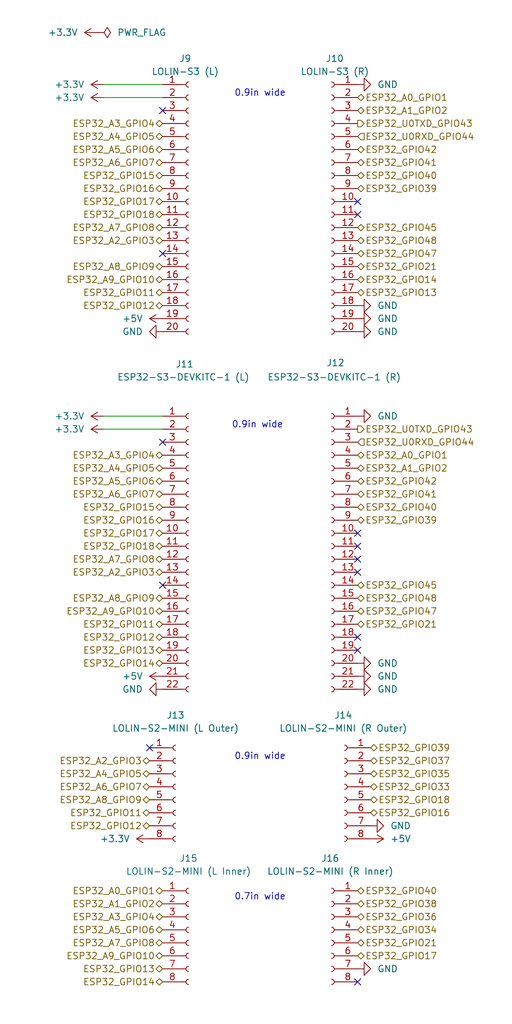
<source format=kicad_sch>
(kicad_sch (version 20250114) (generator "eeschema") (generator_version "9.0")
  (paper "User" 100 200)
  (lib_symbols
    (symbol "Connector:Conn_01x08_Socket" (pin_names (offset 1.016) (hide yes))
      (property "Reference" "J" (at 0 10.16 0))
      (property "Value" "Conn_01x08_Socket" (at 0 -12.7 0))
      (symbol "Conn_01x08_Socket_1_1"
        (polyline (pts (xy -1.27 7.62) (xy -0.508 7.62)) (stroke (width 0.1524)))
        (polyline (pts (xy -1.27 5.08) (xy -0.508 5.08)) (stroke (width 0.1524)))
        (polyline (pts (xy -1.27 2.54) (xy -0.508 2.54)) (stroke (width 0.1524)))
        (polyline (pts (xy -1.27 0) (xy -0.508 0)) (stroke (width 0.1524)))
        (polyline (pts (xy -1.27 -2.54) (xy -0.508 -2.54)) (stroke (width 0.1524)))
        (polyline (pts (xy -1.27 -5.08) (xy -0.508 -5.08)) (stroke (width 0.1524)))
        (polyline (pts (xy -1.27 -7.62) (xy -0.508 -7.62)) (stroke (width 0.1524)))
        (polyline (pts (xy -1.27 -10.16) (xy -0.508 -10.16)) (stroke (width 0.1524)))
        (arc (start 0 7.112) (mid -0.5058 7.62) (end 0 8.128) (stroke (width 0.1524)))
        (arc (start 0 4.572) (mid -0.5058 5.08) (end 0 5.588) (stroke (width 0.1524)))
        (arc (start 0 2.032) (mid -0.5058 2.54) (end 0 3.048) (stroke (width 0.1524)))
        (arc (start 0 -0.508) (mid -0.5058 0) (end 0 0.508) (stroke (width 0.1524)))
        (arc (start 0 -3.048) (mid -0.5058 -2.54) (end 0 -2.032) (stroke (width 0.1524)))
        (arc (start 0 -5.588) (mid -0.5058 -5.08) (end 0 -4.572) (stroke (width 0.1524)))
        (arc (start 0 -8.128) (mid -0.5058 -7.62) (end 0 -7.112) (stroke (width 0.1524)))
        (arc (start 0 -10.668) (mid -0.5058 -10.16) (end 0 -9.652) (stroke (width 0.1524)))
        (pin passive line (at -5.08 7.62 0) (length 3.81) (name "Pin_1") (number "1"))
        (pin passive line (at -5.08 5.08 0) (length 3.81) (name "Pin_2") (number "2"))
        (pin passive line (at -5.08 2.54 0) (length 3.81) (name "Pin_3") (number "3"))
        (pin passive line (at -5.08 0 0) (length 3.81) (name "Pin_4") (number "4"))
        (pin passive line (at -5.08 -2.54 0) (length 3.81) (name "Pin_5") (number "5"))
        (pin passive line (at -5.08 -5.08 0) (length 3.81) (name "Pin_6") (number "6"))
        (pin passive line (at -5.08 -7.62 0) (length 3.81) (name "Pin_7") (number "7"))
        (pin passive line (at -5.08 -10.16 0) (length 3.81) (name "Pin_8") (number "8"))
      )
    )
    (symbol "Connector:Conn_01x20_Socket" (pin_names (offset 1.016) (hide yes))
      (property "Reference" "J" (at 0 25.4 0))
      (property "Value" "Conn_01x20_Socket" (at 0 -27.94 0))
      (symbol "Conn_01x20_Socket_1_1"
        (polyline (pts (xy -1.27 22.86) (xy -0.508 22.86)) (stroke (width 0.1524)))
        (polyline (pts (xy -1.27 20.32) (xy -0.508 20.32)) (stroke (width 0.1524)))
        (polyline (pts (xy -1.27 17.78) (xy -0.508 17.78)) (stroke (width 0.1524)))
        (polyline (pts (xy -1.27 15.24) (xy -0.508 15.24)) (stroke (width 0.1524)))
        (polyline (pts (xy -1.27 12.7) (xy -0.508 12.7)) (stroke (width 0.1524)))
        (polyline (pts (xy -1.27 10.16) (xy -0.508 10.16)) (stroke (width 0.1524)))
        (polyline (pts (xy -1.27 7.62) (xy -0.508 7.62)) (stroke (width 0.1524)))
        (polyline (pts (xy -1.27 5.08) (xy -0.508 5.08)) (stroke (width 0.1524)))
        (polyline (pts (xy -1.27 2.54) (xy -0.508 2.54)) (stroke (width 0.1524)))
        (polyline (pts (xy -1.27 0) (xy -0.508 0)) (stroke (width 0.1524)))
        (polyline (pts (xy -1.27 -2.54) (xy -0.508 -2.54)) (stroke (width 0.1524)))
        (polyline (pts (xy -1.27 -5.08) (xy -0.508 -5.08)) (stroke (width 0.1524)))
        (polyline (pts (xy -1.27 -7.62) (xy -0.508 -7.62)) (stroke (width 0.1524)))
        (polyline (pts (xy -1.27 -10.16) (xy -0.508 -10.16)) (stroke (width 0.1524)))
        (polyline (pts (xy -1.27 -12.7) (xy -0.508 -12.7)) (stroke (width 0.1524)))
        (polyline (pts (xy -1.27 -15.24) (xy -0.508 -15.24)) (stroke (width 0.1524)))
        (polyline (pts (xy -1.27 -17.78) (xy -0.508 -17.78)) (stroke (width 0.1524)))
        (polyline (pts (xy -1.27 -20.32) (xy -0.508 -20.32)) (stroke (width 0.1524)))
        (polyline (pts (xy -1.27 -22.86) (xy -0.508 -22.86)) (stroke (width 0.1524)))
        (polyline (pts (xy -1.27 -25.4) (xy -0.508 -25.4)) (stroke (width 0.1524)))
        (arc (start 0 22.352) (mid -0.5058 22.86) (end 0 23.368) (stroke (width 0.1524)))
        (arc (start 0 19.812) (mid -0.5058 20.32) (end 0 20.828) (stroke (width 0.1524)))
        (arc (start 0 17.272) (mid -0.5058 17.78) (end 0 18.288) (stroke (width 0.1524)))
        (arc (start 0 14.732) (mid -0.5058 15.24) (end 0 15.748) (stroke (width 0.1524)))
        (arc (start 0 12.192) (mid -0.5058 12.7) (end 0 13.208) (stroke (width 0.1524)))
        (arc (start 0 9.652) (mid -0.5058 10.16) (end 0 10.668) (stroke (width 0.1524)))
        (arc (start 0 7.112) (mid -0.5058 7.62) (end 0 8.128) (stroke (width 0.1524)))
        (arc (start 0 4.572) (mid -0.5058 5.08) (end 0 5.588) (stroke (width 0.1524)))
        (arc (start 0 2.032) (mid -0.5058 2.54) (end 0 3.048) (stroke (width 0.1524)))
        (arc (start 0 -0.508) (mid -0.5058 0) (end 0 0.508) (stroke (width 0.1524)))
        (arc (start 0 -3.048) (mid -0.5058 -2.54) (end 0 -2.032) (stroke (width 0.1524)))
        (arc (start 0 -5.588) (mid -0.5058 -5.08) (end 0 -4.572) (stroke (width 0.1524)))
        (arc (start 0 -8.128) (mid -0.5058 -7.62) (end 0 -7.112) (stroke (width 0.1524)))
        (arc (start 0 -10.668) (mid -0.5058 -10.16) (end 0 -9.652) (stroke (width 0.1524)))
        (arc (start 0 -13.208) (mid -0.5058 -12.7) (end 0 -12.192) (stroke (width 0.1524)))
        (arc (start 0 -15.748) (mid -0.5058 -15.24) (end 0 -14.732) (stroke (width 0.1524)))
        (arc (start 0 -18.288) (mid -0.5058 -17.78) (end 0 -17.272) (stroke (width 0.1524)))
        (arc (start 0 -20.828) (mid -0.5058 -20.32) (end 0 -19.812) (stroke (width 0.1524)))
        (arc (start 0 -23.368) (mid -0.5058 -22.86) (end 0 -22.352) (stroke (width 0.1524)))
        (arc (start 0 -25.908) (mid -0.5058 -25.4) (end 0 -24.892) (stroke (width 0.1524)))
        (pin passive line (at -5.08 22.86 0) (length 3.81) (name "Pin_1") (number "1"))
        (pin passive line (at -5.08 20.32 0) (length 3.81) (name "Pin_2") (number "2"))
        (pin passive line (at -5.08 17.78 0) (length 3.81) (name "Pin_3") (number "3"))
        (pin passive line (at -5.08 15.24 0) (length 3.81) (name "Pin_4") (number "4"))
        (pin passive line (at -5.08 12.7 0) (length 3.81) (name "Pin_5") (number "5"))
        (pin passive line (at -5.08 10.16 0) (length 3.81) (name "Pin_6") (number "6"))
        (pin passive line (at -5.08 7.62 0) (length 3.81) (name "Pin_7") (number "7"))
        (pin passive line (at -5.08 5.08 0) (length 3.81) (name "Pin_8") (number "8"))
        (pin passive line (at -5.08 2.54 0) (length 3.81) (name "Pin_9") (number "9"))
        (pin passive line (at -5.08 0 0) (length 3.81) (name "Pin_10") (number "10"))
        (pin passive line (at -5.08 -2.54 0) (length 3.81) (name "Pin_11") (number "11"))
        (pin passive line (at -5.08 -5.08 0) (length 3.81) (name "Pin_12") (number "12"))
        (pin passive line (at -5.08 -7.62 0) (length 3.81) (name "Pin_13") (number "13"))
        (pin passive line (at -5.08 -10.16 0) (length 3.81) (name "Pin_14") (number "14"))
        (pin passive line (at -5.08 -12.7 0) (length 3.81) (name "Pin_15") (number "15"))
        (pin passive line (at -5.08 -15.24 0) (length 3.81) (name "Pin_16") (number "16"))
        (pin passive line (at -5.08 -17.78 0) (length 3.81) (name "Pin_17") (number "17"))
        (pin passive line (at -5.08 -20.32 0) (length 3.81) (name "Pin_18") (number "18"))
        (pin passive line (at -5.08 -22.86 0) (length 3.81) (name "Pin_19") (number "19"))
        (pin passive line (at -5.08 -25.4 0) (length 3.81) (name "Pin_20") (number "20"))
      )
    )
    (symbol "Connector:Conn_01x22_Socket" (pin_names (offset 1.016) (hide yes))
      (property "Reference" "J" (at 0 27.94 0))
      (property "Value" "Conn_01x22_Socket" (at 0 -30.48 0))
      (symbol "Conn_01x22_Socket_1_1"
        (polyline (pts (xy -1.27 25.4) (xy -0.508 25.4)) (stroke (width 0.1524)))
        (polyline (pts (xy -1.27 22.86) (xy -0.508 22.86)) (stroke (width 0.1524)))
        (polyline (pts (xy -1.27 20.32) (xy -0.508 20.32)) (stroke (width 0.1524)))
        (polyline (pts (xy -1.27 17.78) (xy -0.508 17.78)) (stroke (width 0.1524)))
        (polyline (pts (xy -1.27 15.24) (xy -0.508 15.24)) (stroke (width 0.1524)))
        (polyline (pts (xy -1.27 12.7) (xy -0.508 12.7)) (stroke (width 0.1524)))
        (polyline (pts (xy -1.27 10.16) (xy -0.508 10.16)) (stroke (width 0.1524)))
        (polyline (pts (xy -1.27 7.62) (xy -0.508 7.62)) (stroke (width 0.1524)))
        (polyline (pts (xy -1.27 5.08) (xy -0.508 5.08)) (stroke (width 0.1524)))
        (polyline (pts (xy -1.27 2.54) (xy -0.508 2.54)) (stroke (width 0.1524)))
        (polyline (pts (xy -1.27 0) (xy -0.508 0)) (stroke (width 0.1524)))
        (polyline (pts (xy -1.27 -2.54) (xy -0.508 -2.54)) (stroke (width 0.1524)))
        (polyline (pts (xy -1.27 -5.08) (xy -0.508 -5.08)) (stroke (width 0.1524)))
        (polyline (pts (xy -1.27 -7.62) (xy -0.508 -7.62)) (stroke (width 0.1524)))
        (polyline (pts (xy -1.27 -10.16) (xy -0.508 -10.16)) (stroke (width 0.1524)))
        (polyline (pts (xy -1.27 -12.7) (xy -0.508 -12.7)) (stroke (width 0.1524)))
        (polyline (pts (xy -1.27 -15.24) (xy -0.508 -15.24)) (stroke (width 0.1524)))
        (polyline (pts (xy -1.27 -17.78) (xy -0.508 -17.78)) (stroke (width 0.1524)))
        (polyline (pts (xy -1.27 -20.32) (xy -0.508 -20.32)) (stroke (width 0.1524)))
        (polyline (pts (xy -1.27 -22.86) (xy -0.508 -22.86)) (stroke (width 0.1524)))
        (polyline (pts (xy -1.27 -25.4) (xy -0.508 -25.4)) (stroke (width 0.1524)))
        (polyline (pts (xy -1.27 -27.94) (xy -0.508 -27.94)) (stroke (width 0.1524)))
        (arc (start 0 24.892) (mid -0.5058 25.4) (end 0 25.908) (stroke (width 0.1524)))
        (arc (start 0 22.352) (mid -0.5058 22.86) (end 0 23.368) (stroke (width 0.1524)))
        (arc (start 0 19.812) (mid -0.5058 20.32) (end 0 20.828) (stroke (width 0.1524)))
        (arc (start 0 17.272) (mid -0.5058 17.78) (end 0 18.288) (stroke (width 0.1524)))
        (arc (start 0 14.732) (mid -0.5058 15.24) (end 0 15.748) (stroke (width 0.1524)))
        (arc (start 0 12.192) (mid -0.5058 12.7) (end 0 13.208) (stroke (width 0.1524)))
        (arc (start 0 9.652) (mid -0.5058 10.16) (end 0 10.668) (stroke (width 0.1524)))
        (arc (start 0 7.112) (mid -0.5058 7.62) (end 0 8.128) (stroke (width 0.1524)))
        (arc (start 0 4.572) (mid -0.5058 5.08) (end 0 5.588) (stroke (width 0.1524)))
        (arc (start 0 2.032) (mid -0.5058 2.54) (end 0 3.048) (stroke (width 0.1524)))
        (arc (start 0 -0.508) (mid -0.5058 0) (end 0 0.508) (stroke (width 0.1524)))
        (arc (start 0 -3.048) (mid -0.5058 -2.54) (end 0 -2.032) (stroke (width 0.1524)))
        (arc (start 0 -5.588) (mid -0.5058 -5.08) (end 0 -4.572) (stroke (width 0.1524)))
        (arc (start 0 -8.128) (mid -0.5058 -7.62) (end 0 -7.112) (stroke (width 0.1524)))
        (arc (start 0 -10.668) (mid -0.5058 -10.16) (end 0 -9.652) (stroke (width 0.1524)))
        (arc (start 0 -13.208) (mid -0.5058 -12.7) (end 0 -12.192) (stroke (width 0.1524)))
        (arc (start 0 -15.748) (mid -0.5058 -15.24) (end 0 -14.732) (stroke (width 0.1524)))
        (arc (start 0 -18.288) (mid -0.5058 -17.78) (end 0 -17.272) (stroke (width 0.1524)))
        (arc (start 0 -20.828) (mid -0.5058 -20.32) (end 0 -19.812) (stroke (width 0.1524)))
        (arc (start 0 -23.368) (mid -0.5058 -22.86) (end 0 -22.352) (stroke (width 0.1524)))
        (arc (start 0 -25.908) (mid -0.5058 -25.4) (end 0 -24.892) (stroke (width 0.1524)))
        (arc (start 0 -28.448) (mid -0.5058 -27.94) (end 0 -27.432) (stroke (width 0.1524)))
        (pin passive line (at -5.08 25.4 0) (length 3.81) (name "Pin_1") (number "1"))
        (pin passive line (at -5.08 22.86 0) (length 3.81) (name "Pin_2") (number "2"))
        (pin passive line (at -5.08 20.32 0) (length 3.81) (name "Pin_3") (number "3"))
        (pin passive line (at -5.08 17.78 0) (length 3.81) (name "Pin_4") (number "4"))
        (pin passive line (at -5.08 15.24 0) (length 3.81) (name "Pin_5") (number "5"))
        (pin passive line (at -5.08 12.7 0) (length 3.81) (name "Pin_6") (number "6"))
        (pin passive line (at -5.08 10.16 0) (length 3.81) (name "Pin_7") (number "7"))
        (pin passive line (at -5.08 7.62 0) (length 3.81) (name "Pin_8") (number "8"))
        (pin passive line (at -5.08 5.08 0) (length 3.81) (name "Pin_9") (number "9"))
        (pin passive line (at -5.08 2.54 0) (length 3.81) (name "Pin_10") (number "10"))
        (pin passive line (at -5.08 0 0) (length 3.81) (name "Pin_11") (number "11"))
        (pin passive line (at -5.08 -2.54 0) (length 3.81) (name "Pin_12") (number "12"))
        (pin passive line (at -5.08 -5.08 0) (length 3.81) (name "Pin_13") (number "13"))
        (pin passive line (at -5.08 -7.62 0) (length 3.81) (name "Pin_14") (number "14"))
        (pin passive line (at -5.08 -10.16 0) (length 3.81) (name "Pin_15") (number "15"))
        (pin passive line (at -5.08 -12.7 0) (length 3.81) (name "Pin_16") (number "16"))
        (pin passive line (at -5.08 -15.24 0) (length 3.81) (name "Pin_17") (number "17"))
        (pin passive line (at -5.08 -17.78 0) (length 3.81) (name "Pin_18") (number "18"))
        (pin passive line (at -5.08 -20.32 0) (length 3.81) (name "Pin_19") (number "19"))
        (pin passive line (at -5.08 -22.86 0) (length 3.81) (name "Pin_20") (number "20"))
        (pin passive line (at -5.08 -25.4 0) (length 3.81) (name "Pin_21") (number "21"))
        (pin passive line (at -5.08 -27.94 0) (length 3.81) (name "Pin_22") (number "22"))
      )
    )
    (symbol "power:+3.3V" (power) (pin_numbers (hide yes)) (pin_names (offset 0) (hide yes))
      (property "Value" "+3.3V" (at 0 3.556 0))
      (symbol "+3.3V_0_1"
        (polyline (pts (xy -0.762 1.27) (xy 0 2.54)))
        (polyline (pts (xy 0 2.54) (xy 0.762 1.27)))
        (polyline (pts (xy 0 0) (xy 0 2.54)))
      )
      (symbol "+3.3V_1_1"
        (pin power_in line (at 0 0 90) (length 0) (name "~") (number "1"))
      )
    )
    (symbol "power:+5V" (power) (pin_numbers (hide yes)) (pin_names (offset 0) (hide yes))
      (property "Value" "+5V" (at 0 3.556 0))
      (symbol "+5V_0_1"
        (polyline (pts (xy -0.762 1.27) (xy 0 2.54)))
        (polyline (pts (xy 0 2.54) (xy 0.762 1.27)))
        (polyline (pts (xy 0 0) (xy 0 2.54)))
      )
      (symbol "+5V_1_1"
        (pin power_in line (at 0 0 90) (length 0) (name "~") (number "1"))
      )
    )
    (symbol "power:GND" (power) (pin_numbers (hide yes)) (pin_names (offset 0) (hide yes))
      (property "Value" "GND" (at 0 -3.81 0))
      (symbol "GND_0_1"
        (polyline (pts (xy 0 0) (xy 0 -1.27) (xy 1.27 -1.27) (xy 0 -2.54) (xy -1.27 -1.27) (xy 0 -1.27)))
      )
      (symbol "GND_1_1"
        (pin power_in line (at 0 0 270) (length 0) (name "~") (number "1"))
      )
    )
    (symbol "power:PWR_FLAG" (power) (pin_numbers (hide yes)) (pin_names (offset 0) (hide yes))
      (property "Value" "PWR_FLAG" (at 0 3.81 0))
      (symbol "PWR_FLAG_0_0"
        (pin power_out line (at 0 0 90) (length 0) (name "~") (number "1"))
      )
      (symbol "PWR_FLAG_0_1"
        (polyline (pts (xy 0 0) (xy 0 1.27) (xy -1.016 1.905) (xy 0 2.54) (xy 1.016 1.905) (xy 0 1.27)))
      )
    )
  )
  (text "0.9in wide" (at 50.8 147.828 0) (effects (font (size 1.27 1.27))))
  (text "0.7in wide" (at 50.8 175.26 0) (effects (font (size 1.27 1.27))))
  (text "0.9in wide" (at 50.8 18.288 0) (effects (font (size 1.27 1.27))))
  (text "0.9in wide" (at 50.292 83.058 0) (effects (font (size 1.27 1.27))))
  (no_connect (at 29.21 146.05))
  (no_connect (at 31.75 114.3))
  (no_connect (at 69.85 109.22))
  (no_connect (at 69.85 104.14))
  (no_connect (at 31.75 49.53))
  (no_connect (at 69.85 106.68))
  (no_connect (at 69.85 124.46))
  (no_connect (at 69.85 39.37))
  (no_connect (at 69.85 127))
  (no_connect (at 31.75 86.36))
  (no_connect (at 69.85 191.77))
  (no_connect (at 31.75 21.59))
  (no_connect (at 69.85 41.91))
  (no_connect (at 69.85 111.76))
  (wire (pts (xy 20.32 16.51) (xy 31.75 16.51)))
  (wire (pts (xy 20.32 81.28) (xy 31.75 81.28)))
  (wire (pts (xy 20.32 19.05) (xy 31.75 19.05)))
  (wire (pts (xy 20.32 83.82) (xy 31.75 83.82)))
  (hierarchical_label "ESP32_A7_GPIO8" (shape bidirectional) (at 31.75 44.45 180))
  (hierarchical_label "ESP32_A2_GPIO3" (shape bidirectional) (at 31.75 111.76 180))
  (hierarchical_label "ESP32_A2_GPIO3" (shape bidirectional) (at 31.75 46.99 180))
  (hierarchical_label "ESP32_A6_GPIO7" (shape bidirectional) (at 31.75 31.75 180))
  (hierarchical_label "ESP32_GPIO14" (shape bidirectional) (at 69.85 54.61 0))
  (hierarchical_label "ESP32_GPIO37" (shape bidirectional) (at 72.39 148.59 0))
  (hierarchical_label "ESP32_GPIO21" (shape bidirectional) (at 69.85 121.92 0))
  (hierarchical_label "ESP32_A8_GPIO9" (shape bidirectional) (at 31.75 116.84 180))
  (hierarchical_label "ESP32_A7_GPIO8" (shape bidirectional) (at 31.75 184.15 180))
  (hierarchical_label "ESP32_GPIO34" (shape bidirectional) (at 69.85 181.61 0))
  (hierarchical_label "ESP32_A9_GPIO10" (shape bidirectional) (at 31.75 186.69 180))
  (hierarchical_label "ESP32_GPIO47" (shape bidirectional) (at 69.85 49.53 0))
  (hierarchical_label "ESP32_A4_GPIO5" (shape bidirectional) (at 29.21 151.13 180))
  (hierarchical_label "ESP32_GPIO17" (shape bidirectional) (at 31.75 39.37 180))
  (hierarchical_label "ESP32_GPIO14" (shape bidirectional) (at 31.75 191.77 180))
  (hierarchical_label "ESP32_A9_GPIO10" (shape bidirectional) (at 31.75 119.38 180))
  (hierarchical_label "ESP32_GPIO41" (shape bidirectional) (at 69.85 96.52 0))
  (hierarchical_label "ESP32_GPIO41" (shape bidirectional) (at 69.85 31.75 0))
  (hierarchical_label "ESP32_U0RXD_GPIO44" (shape input) (at 69.85 86.36 0))
  (hierarchical_label "ESP32_A5_GPIO6" (shape bidirectional) (at 31.75 181.61 180))
  (hierarchical_label "ESP32_GPIO18" (shape bidirectional) (at 31.75 41.91 180))
  (hierarchical_label "ESP32_GPIO45" (shape bidirectional) (at 69.85 114.3 0))
  (hierarchical_label "ESP32_GPIO39" (shape bidirectional) (at 72.39 146.05 0))
  (hierarchical_label "ESP32_GPIO33" (shape bidirectional) (at 72.39 153.67 0))
  (hierarchical_label "ESP32_A8_GPIO9" (shape bidirectional) (at 29.21 156.21 180))
  (hierarchical_label "ESP32_A8_GPIO9" (shape bidirectional) (at 31.75 52.07 180))
  (hierarchical_label "ESP32_GPIO16" (shape bidirectional) (at 72.39 158.75 0))
  (hierarchical_label "ESP32_GPIO47" (shape bidirectional) (at 69.85 119.38 0))
  (hierarchical_label "ESP32_GPIO38" (shape bidirectional) (at 69.85 176.53 0))
  (hierarchical_label "ESP32_GPIO40" (shape bidirectional) (at 69.85 34.29 0))
  (hierarchical_label "ESP32_A1_GPIO2" (shape bidirectional) (at 31.75 176.53 180))
  (hierarchical_label "ESP32_GPIO40" (shape bidirectional) (at 69.85 173.99 0))
  (hierarchical_label "ESP32_GPIO13" (shape bidirectional) (at 31.75 127 180))
  (hierarchical_label "ESP32_GPIO15" (shape bidirectional) (at 31.75 99.06 180))
  (hierarchical_label "ESP32_A1_GPIO2" (shape bidirectional) (at 69.85 21.59 0))
  (hierarchical_label "ESP32_A1_GPIO2" (shape bidirectional) (at 69.85 91.44 0))
  (hierarchical_label "ESP32_A4_GPIO5" (shape bidirectional) (at 31.75 26.67 180))
  (hierarchical_label "ESP32_GPIO11" (shape bidirectional) (at 31.75 121.92 180))
  (hierarchical_label "ESP32_GPIO15" (shape bidirectional) (at 31.75 34.29 180))
  (hierarchical_label "ESP32_A0_GPIO1" (shape bidirectional) (at 69.85 19.05 0))
  (hierarchical_label "ESP32_GPIO21" (shape bidirectional) (at 69.85 52.07 0))
  (hierarchical_label "ESP32_A0_GPIO1" (shape bidirectional) (at 31.75 173.99 180))
  (hierarchical_label "ESP32_A3_GPIO4" (shape bidirectional) (at 31.75 88.9 180))
  (hierarchical_label "ESP32_A6_GPIO7" (shape bidirectional) (at 31.75 96.52 180))
  (hierarchical_label "ESP32_GPIO42" (shape bidirectional) (at 69.85 29.21 0))
  (hierarchical_label "ESP32_GPIO48" (shape bidirectional) (at 69.85 116.84 0))
  (hierarchical_label "ESP32_A2_GPIO3" (shape bidirectional) (at 29.21 148.59 180))
  (hierarchical_label "ESP32_GPIO35" (shape bidirectional) (at 72.39 151.13 0))
  (hierarchical_label "ESP32_GPIO17" (shape bidirectional) (at 69.85 186.69 0))
  (hierarchical_label "ESP32_GPIO48" (shape bidirectional) (at 69.85 46.99 0))
  (hierarchical_label "ESP32_GPIO17" (shape bidirectional) (at 31.75 104.14 180))
  (hierarchical_label "ESP32_GPIO39" (shape bidirectional) (at 69.85 101.6 0))
  (hierarchical_label "ESP32_GPIO45" (shape bidirectional) (at 69.85 44.45 0))
  (hierarchical_label "ESP32_GPIO16" (shape bidirectional) (at 31.75 101.6 180))
  (hierarchical_label "ESP32_GPIO12" (shape bidirectional) (at 31.75 59.69 180))
  (hierarchical_label "ESP32_GPIO18" (shape bidirectional) (at 31.75 106.68 180))
  (hierarchical_label "ESP32_U0TXD_GPIO43" (shape output) (at 69.85 83.82 0))
  (hierarchical_label "ESP32_A9_GPIO10" (shape bidirectional) (at 31.75 54.61 180))
  (hierarchical_label "ESP32_U0TXD_GPIO43" (shape output) (at 69.85 24.13 0))
  (hierarchical_label "ESP32_GPIO36" (shape bidirectional) (at 69.85 179.07 0))
  (hierarchical_label "ESP32_A6_GPIO7" (shape bidirectional) (at 29.21 153.67 180))
  (hierarchical_label "ESP32_GPIO39" (shape bidirectional) (at 69.85 36.83 0))
  (hierarchical_label "ESP32_GPIO18" (shape bidirectional) (at 72.39 156.21 0))
  (hierarchical_label "ESP32_GPIO16" (shape bidirectional) (at 31.75 36.83 180))
  (hierarchical_label "ESP32_GPIO21" (shape bidirectional) (at 69.85 184.15 0))
  (hierarchical_label "ESP32_GPIO42" (shape bidirectional) (at 69.85 93.98 0))
  (hierarchical_label "ESP32_A3_GPIO4" (shape bidirectional) (at 31.75 24.13 180))
  (hierarchical_label "ESP32_A4_GPIO5" (shape bidirectional) (at 31.75 91.44 180))
  (hierarchical_label "ESP32_GPIO13" (shape bidirectional) (at 69.85 57.15 0))
  (hierarchical_label "ESP32_A5_GPIO6" (shape bidirectional) (at 31.75 29.21 180))
  (hierarchical_label "ESP32_GPIO40" (shape bidirectional) (at 69.85 99.06 0))
  (hierarchical_label "ESP32_GPIO12" (shape bidirectional) (at 31.75 124.46 180))
  (hierarchical_label "ESP32_GPIO12" (shape bidirectional) (at 29.21 161.29 180))
  (hierarchical_label "ESP32_GPIO14" (shape bidirectional) (at 31.75 129.54 180))
  (hierarchical_label "ESP32_A7_GPIO8" (shape bidirectional) (at 31.75 109.22 180))
  (hierarchical_label "ESP32_A0_GPIO1" (shape bidirectional) (at 69.85 88.9 0))
  (hierarchical_label "ESP32_GPIO11" (shape bidirectional) (at 31.75 57.15 180))
  (hierarchical_label "ESP32_GPIO13" (shape bidirectional) (at 31.75 189.23 180))
  (hierarchical_label "ESP32_GPIO11" (shape bidirectional) (at 29.21 158.75 180))
  (hierarchical_label "ESP32_U0RXD_GPIO44" (shape input) (at 69.85 26.67 0))
  (hierarchical_label "ESP32_A3_GPIO4" (shape bidirectional) (at 31.75 179.07 180))
  (hierarchical_label "ESP32_A5_GPIO6" (shape bidirectional) (at 31.75 93.98 180))
  (symbol (lib_id "Connector:Conn_01x08_Socket") (at 64.77 181.61 0) (mirror y) (unit 1)
    (property "Reference" "J16" (at 64.516 167.64 0))
    (property "Value" "LOLIN-S2-MINI (R Inner)" (at 64.516 170.18 0))
    (property "Footprint" "Connector_PinHeader_2.54mm:PinHeader_1x08_P2.54mm_Vertical" (effects (hide yes)))
    (property "Description" "Generic connector, single row, 01x08, script generated" (effects (hide yes)))
  )
  (symbol (lib_id "Connector:Conn_01x20_Socket") (at 64.77 39.37 0) (mirror y) (unit 1)
    (property "Reference" "J10" (at 65.405 11.43 0))
    (property "Value" "LOLIN-S3 (R)" (at 65.405 13.97 0))
    (property "Footprint" "Connector_PinSocket_2.54mm:PinSocket_1x20_P2.54mm_Vertical" (effects (hide yes)))
    (property "Description" "Generic connector, single row, 01x20, script generated" (effects (hide yes)))
  )
  (symbol (lib_id "power:+3.3V") (at 29.21 163.83 90) (unit 1)
    (property "Reference" "#PWR033" (effects (hide yes)))
    (property "Value" "+3.3V" (at 25.4 163.8299 90) (effects (justify left)))
    (property "Description" "Power symbol creates a global label with name \"+3.3V\"" (effects (hide yes)))
  )
  (symbol (lib_id "power:GND") (at 69.85 16.51 90) (unit 1)
    (property "Reference" "#PWR05" (effects (hide yes)))
    (property "Value" "GND" (at 73.66 16.5099 90) (effects (justify right)))
    (property "Description" "Power symbol creates a global label with name \"GND\" , ground" (effects (hide yes)))
  )
  (symbol (lib_id "power:+5V") (at 31.75 132.08 90) (unit 1)
    (property "Reference" "#PWR024" (effects (hide yes)))
    (property "Value" "+5V" (at 27.94 132.0799 90) (effects (justify left)))
    (property "Description" "Power symbol creates a global label with name \"+5V\"" (effects (hide yes)))
  )
  (symbol (lib_id "power:GND") (at 69.85 81.28 90) (unit 1)
    (property "Reference" "#PWR026" (effects (hide yes)))
    (property "Value" "GND" (at 73.66 81.2799 90) (effects (justify right)))
    (property "Description" "Power symbol creates a global label with name \"GND\" , ground" (effects (hide yes)))
  )
  (symbol (lib_id "Connector:Conn_01x20_Socket") (at 36.83 39.37 0) (unit 1)
    (property "Reference" "J9" (at 36.195 11.43 0))
    (property "Value" "LOLIN-S3 (L)" (at 36.195 13.97 0))
    (property "Footprint" "Connector_PinSocket_2.54mm:PinSocket_1x20_P2.54mm_Vertical" (effects (hide yes)))
    (property "Description" "Generic connector, single row, 01x20, script generated" (effects (hide yes)))
  )
  (symbol (lib_id "power:+3.3V") (at 20.32 81.28 90) (unit 1)
    (property "Reference" "#PWR023" (effects (hide yes)))
    (property "Value" "+3.3V" (at 16.51 81.2799 90) (effects (justify left)))
    (property "Description" "Power symbol creates a global label with name \"+3.3V\"" (effects (hide yes)))
  )
  (symbol (lib_id "power:PWR_FLAG") (at 19.05 6.35 270) (unit 1)
    (property "Reference" "#FLG06" (effects (hide yes)))
    (property "Value" "PWR_FLAG" (at 22.86 6.3499 90) (effects (justify left)))
    (property "Description" "Special symbol for telling ERC where power comes from" (effects (hide yes)))
  )
  (symbol (lib_id "power:GND") (at 31.75 64.77 270) (unit 1)
    (property "Reference" "#PWR018" (effects (hide yes)))
    (property "Value" "GND" (at 27.94 64.7699 90) (effects (justify right)))
    (property "Description" "Power symbol creates a global label with name \"GND\" , ground" (effects (hide yes)))
  )
  (symbol (lib_id "Connector:Conn_01x08_Socket") (at 36.83 181.61 0) (unit 1)
    (property "Reference" "J15" (at 36.83 167.64 0))
    (property "Value" "LOLIN-S2-MINI (L Inner)" (at 36.83 170.18 0))
    (property "Footprint" "Connector_PinHeader_2.54mm:PinHeader_1x08_P2.54mm_Vertical" (effects (hide yes)))
    (property "Description" "Generic connector, single row, 01x08, script generated" (effects (hide yes)))
  )
  (symbol (lib_id "power:+3.3V") (at 20.32 19.05 90) (unit 1)
    (property "Reference" "#PWR030" (effects (hide yes)))
    (property "Value" "+3.3V" (at 16.51 19.0499 90) (effects (justify left)))
    (property "Description" "Power symbol creates a global label with name \"+3.3V\"" (effects (hide yes)))
  )
  (symbol (lib_id "power:GND") (at 69.85 129.54 90) (unit 1)
    (property "Reference" "#PWR027" (effects (hide yes)))
    (property "Value" "GND" (at 73.66 129.5399 90) (effects (justify right)))
    (property "Description" "Power symbol creates a global label with name \"GND\" , ground" (effects (hide yes)))
  )
  (symbol (lib_id "Connector:Conn_01x08_Socket") (at 67.31 153.67 0) (mirror y) (unit 1)
    (property "Reference" "J14" (at 67.056 139.7 0))
    (property "Value" "LOLIN-S2-MINI (R Outer)" (at 67.056 142.24 0))
    (property "Footprint" "Connector_PinHeader_2.54mm:PinHeader_1x08_P2.54mm_Vertical" (effects (hide yes)))
    (property "Description" "Generic connector, single row, 01x08, script generated" (effects (hide yes)))
  )
  (symbol (lib_id "power:+5V") (at 31.75 62.23 90) (unit 1)
    (property "Reference" "#PWR019" (effects (hide yes)))
    (property "Value" "+5V" (at 27.94 62.2299 90) (effects (justify left)))
    (property "Description" "Power symbol creates a global label with name \"+5V\"" (effects (hide yes)))
  )
  (symbol (lib_id "power:GND") (at 69.85 132.08 90) (unit 1)
    (property "Reference" "#PWR028" (effects (hide yes)))
    (property "Value" "GND" (at 73.66 132.0799 90) (effects (justify right)))
    (property "Description" "Power symbol creates a global label with name \"GND\" , ground" (effects (hide yes)))
  )
  (symbol (lib_id "power:GND") (at 72.39 161.29 90) (unit 1)
    (property "Reference" "#PWR036" (effects (hide yes)))
    (property "Value" "GND" (at 76.2 161.2899 90) (effects (justify right)))
    (property "Description" "Power symbol creates a global label with name \"GND\" , ground" (effects (hide yes)))
  )
  (symbol (lib_id "power:GND") (at 69.85 134.62 90) (unit 1)
    (property "Reference" "#PWR029" (effects (hide yes)))
    (property "Value" "GND" (at 73.66 134.6199 90) (effects (justify right)))
    (property "Description" "Power symbol creates a global label with name \"GND\" , ground" (effects (hide yes)))
  )
  (symbol (lib_id "Connector:Conn_01x08_Socket") (at 34.29 153.67 0) (unit 1)
    (property "Reference" "J13" (at 34.29 139.7 0))
    (property "Value" "LOLIN-S2-MINI (L Outer)" (at 34.29 142.24 0))
    (property "Footprint" "Connector_PinHeader_2.54mm:PinHeader_1x08_P2.54mm_Vertical" (effects (hide yes)))
    (property "Description" "Generic connector, single row, 01x08, script generated" (effects (hide yes)))
  )
  (symbol (lib_id "power:GND") (at 69.85 189.23 90) (unit 1)
    (property "Reference" "#PWR035" (effects (hide yes)))
    (property "Value" "GND" (at 73.66 189.2299 90) (effects (justify right)))
    (property "Description" "Power symbol creates a global label with name \"GND\" , ground" (effects (hide yes)))
  )
  (symbol (lib_id "power:GND") (at 69.85 62.23 90) (unit 1)
    (property "Reference" "#PWR021" (effects (hide yes)))
    (property "Value" "GND" (at 73.66 62.2299 90) (effects (justify right)))
    (property "Description" "Power symbol creates a global label with name \"GND\" , ground" (effects (hide yes)))
  )
  (symbol (lib_id "power:+3.3V") (at 19.05 6.35 90) (unit 1)
    (property "Reference" "#PWR032" (effects (hide yes)))
    (property "Value" "+3.3V" (at 15.24 6.3499 90) (effects (justify left)))
    (property "Description" "Power symbol creates a global label with name \"+3.3V\"" (effects (hide yes)))
  )
  (symbol (lib_id "power:GND") (at 69.85 64.77 90) (unit 1)
    (property "Reference" "#PWR020" (effects (hide yes)))
    (property "Value" "GND" (at 73.66 64.7699 90) (effects (justify right)))
    (property "Description" "Power symbol creates a global label with name \"GND\" , ground" (effects (hide yes)))
  )
  (symbol (lib_id "power:+3.3V") (at 20.32 16.51 90) (unit 1)
    (property "Reference" "#PWR09" (effects (hide yes)))
    (property "Value" "+3.3V" (at 16.51 16.5099 90) (effects (justify left)))
    (property "Description" "Power symbol creates a global label with name \"+3.3V\"" (effects (hide yes)))
  )
  (symbol (lib_id "power:+5V") (at 72.39 163.83 270) (unit 1)
    (property "Reference" "#PWR034" (effects (hide yes)))
    (property "Value" "+5V" (at 76.2 163.8299 90) (effects (justify left)))
    (property "Description" "Power symbol creates a global label with name \"+5V\"" (effects (hide yes)))
  )
  (symbol (lib_id "power:GND") (at 31.75 134.62 270) (unit 1)
    (property "Reference" "#PWR025" (effects (hide yes)))
    (property "Value" "GND" (at 27.94 134.6199 90) (effects (justify right)))
    (property "Description" "Power symbol creates a global label with name \"GND\" , ground" (effects (hide yes)))
  )
  (symbol (lib_id "power:+3.3V") (at 20.32 83.82 90) (unit 1)
    (property "Reference" "#PWR031" (effects (hide yes)))
    (property "Value" "+3.3V" (at 16.51 83.8199 90) (effects (justify left)))
    (property "Description" "Power symbol creates a global label with name \"+3.3V\"" (effects (hide yes)))
  )
  (symbol (lib_id "Connector:Conn_01x22_Socket") (at 64.77 106.68 0) (mirror y) (unit 1)
    (property "Reference" "J12" (at 65.532 70.866 0))
    (property "Value" "ESP32-S3-DEVKITC-1 (R)" (at 65.278 73.66 0))
    (property "Footprint" "Connector_PinHeader_2.54mm:PinHeader_1x22_P2.54mm_Vertical" (effects (hide yes)))
    (property "Description" "Generic connector, single row, 01x22, script generated" (effects (hide yes)))
  )
  (symbol (lib_id "Connector:Conn_01x22_Socket") (at 36.83 106.68 0) (unit 1)
    (property "Reference" "J11" (at 36.068 71.12 0))
    (property "Value" "ESP32-S3-DEVKITC-1 (L)" (at 35.814 73.66 0))
    (property "Footprint" "Connector_PinHeader_2.54mm:PinHeader_1x22_P2.54mm_Vertical" (effects (hide yes)))
    (property "Description" "Generic connector, single row, 01x22, script generated" (effects (hide yes)))
  )
  (symbol (lib_id "power:GND") (at 69.85 59.69 90) (unit 1)
    (property "Reference" "#PWR022" (effects (hide yes)))
    (property "Value" "GND" (at 73.66 59.6899 90) (effects (justify right)))
    (property "Description" "Power symbol creates a global label with name \"GND\" , ground" (effects (hide yes)))
  )
)
</source>
